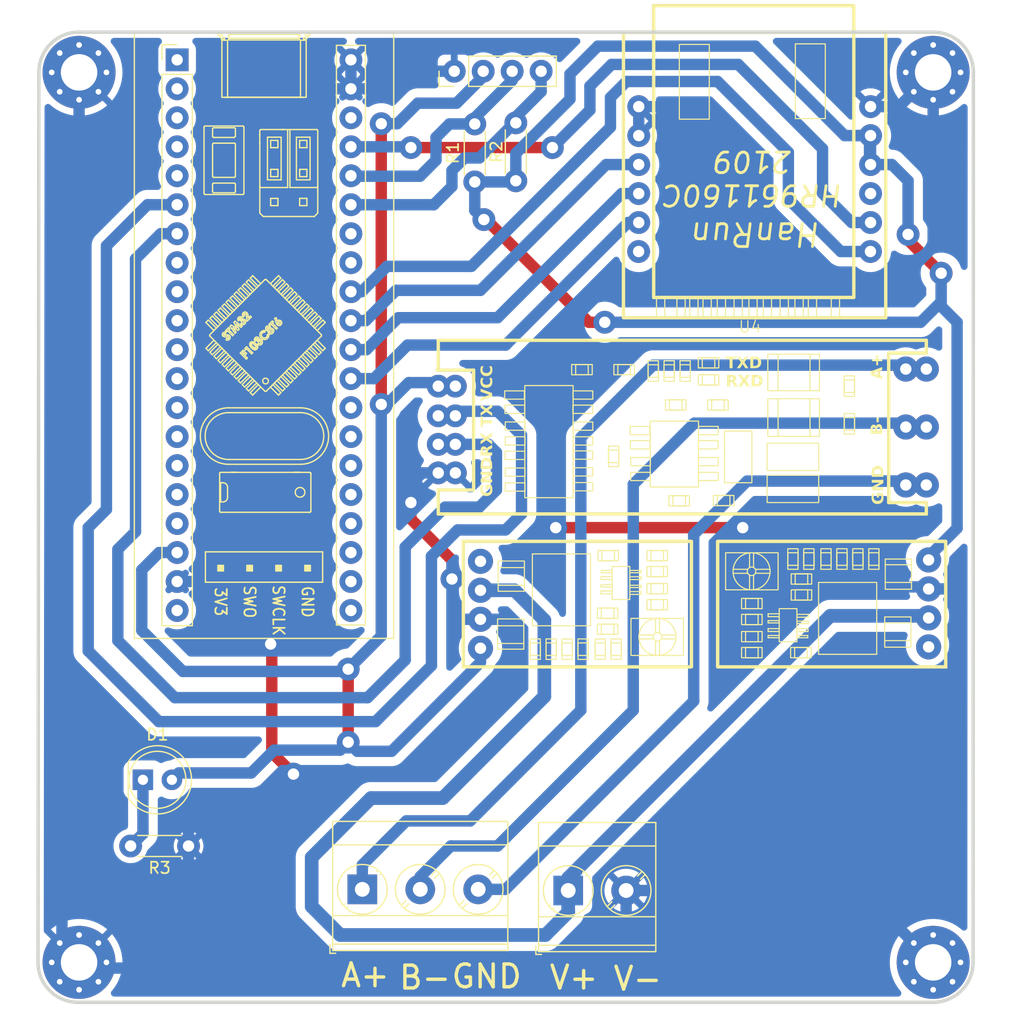
<source format=kicad_pcb>
(kicad_pcb (version 20240108) (generator "pcbnew") (generator_version "8.0")
  (layers (0 "F.Cu" signal) (31 "B.Cu" signal) (34 "B.Paste" user) (35 "F.Paste" user) (36 "B.SilkS" user "B.Silkscreen") (37 "F.SilkS" user "F.Silkscreen") (38 "B.Mask" user) (39 "F.Mask" user) (44 "Edge.Cuts" user))
  (net 0 "")
  (net 1 "GND")
  (net 2 "Net-(J1-Pin_1)")
  (net 3 "AB-")
  (net 4 "AB+")
  (net 5 "Net-(J2-Pin_3)")
  (net 6 "SDA")
  (net 7 "SCL")
  (net 8 "+5V")
  (net 9 "+3V3")
  (net 12 "MOSI")
  (net 16 "RST")
  (net 21 "RX")
  (net 28 "SCS")
  (net 32 "TX")
  (net 36 "SCLK")
  (net 37 "MISO")
  (net 44 "Net-(D1-K)")
  (footprint "Resistor_THT:R_Axial_DIN0204_L3.6mm_D1.6mm_P5.08mm_Horizontal" (layer "F.Cu") (at 174.9 55.2 90)
    (property "Reference" "R1" (at 2.54 -1.92 90) (layer "F.SilkS"))
    (property "Value" "4K7")
    (pad "1" thru_hole circle (at 0 0 90) (size 2 2) (drill 1) (layers "*.Cu" "*.Mask") (net 9 "+3V3"))
    (pad "2" thru_hole circle (at 5.08 0 90) (size 2 2) (drill 1) (layers "*.Cu" "*.Mask") (net 6 "SDA"))
  )
  (footprint "MountingHole:MountingHole_3.2mm_M3_Pad_Via" (layer "F.Cu") (at 140.2 123.6)
    (property "Reference" "H4")
    (property "Value" "MountingHole_Pad")
    (pad "1" thru_hole circle (at -2.4 0) (size 0.8 0.8) (drill 0.5) (layers "*.Cu" "*.Mask") (net 1 "GND"))
    (pad "1" thru_hole circle (at -1.697056 -1.697056) (size 0.8 0.8) (drill 0.5) (layers "*.Cu" "*.Mask") (net 1 "GND"))
    (pad "1" thru_hole circle (at -1.697056 1.697056) (size 0.8 0.8) (drill 0.5) (layers "*.Cu" "*.Mask") (net 1 "GND"))
    (pad "1" thru_hole circle (at 0 -2.4) (size 0.8 0.8) (drill 0.5) (layers "*.Cu" "*.Mask") (net 1 "GND"))
    (pad "1" thru_hole circle (at 0 0) (size 6.4 6.4) (drill 3.2) (layers "*.Cu" "*.Mask") (net 1 "GND"))
    (pad "1" thru_hole circle (at 0 2.4) (size 0.8 0.8) (drill 0.5) (layers "*.Cu" "*.Mask") (net 1 "GND"))
    (pad "1" thru_hole circle (at 1.697056 -1.697056) (size 0.8 0.8) (drill 0.5) (layers "*.Cu" "*.Mask") (net 1 "GND"))
    (pad "1" thru_hole circle (at 1.697056 1.697056) (size 0.8 0.8) (drill 0.5) (layers "*.Cu" "*.Mask") (net 1 "GND"))
    (pad "1" thru_hole circle (at 2.4 0) (size 0.8 0.8) (drill 0.5) (layers "*.Cu" "*.Mask") (net 1 "GND"))
  )
  (footprint "TerminalBlock_Phoenix:TerminalBlock_Phoenix_MKDS-3-2-5.08_1x02_P5.08mm_Horizontal" (layer "F.Cu") (at 183.095 117.3)
    (property "Reference" "J1")
    (property "Value" "Screw_Terminal_01x02")
    (pad "1" thru_hole rect (at 0 0) (size 2.6 2.6) (drill 1.3) (layers "*.Cu" "*.Mask") (net 2 "Net-(J1-Pin_1)"))
    (pad "2" thru_hole circle (at 5.08 0) (size 2.6 2.6) (drill 1.3) (layers "*.Cu" "*.Mask") (net 1 "GND"))
  )
  (footprint "Resistor_THT:R_Axial_DIN0204_L3.6mm_D1.6mm_P5.08mm_Horizontal" (layer "F.Cu") (at 178.5 55.1 90)
    (property "Reference" "R2" (at 2.54 -1.7 90) (layer "F.SilkS"))
    (property "Value" "4K7")
    (pad "1" thru_hole circle (at 0 0 90) (size 2 2) (drill 1) (layers "*.Cu" "*.Mask") (net 9 "+3V3"))
    (pad "2" thru_hole circle (at 5.08 0 90) (size 2 2) (drill 1) (layers "*.Cu" "*.Mask") (net 7 "SCL"))
  )
  (footprint "DC-DC_Converter:MP2315_Module" (layer "F.Cu") (at 173.9 97.7)
    (property "Reference" "U5")
    (property "Value" "~")
    (pad "1" thru_hole circle (at 1.5 -9.25) (size 2.2 2.2) (drill 1) (layers "*.Cu" "*.Mask"))
    (pad "2" thru_hole circle (at 1.5 -6.71) (size 2.2 2.2) (drill 1) (layers "*.Cu" "*.Mask") (net 2 "Net-(J1-Pin_1)"))
    (pad "3" thru_hole circle (at 1.5 -4.17) (size 2.2 2.2) (drill 1) (layers "*.Cu" "*.Mask") (net 1 "GND"))
    (pad "4" thru_hole circle (at 1.5 -1.63) (size 2.2 2.2) (drill 1) (layers "*.Cu" "*.Mask") (net 8 "+5V"))
  )
  (footprint "Ethernet_Module:W5500_Lite" (layer "F.Cu") (at 187.94 67.1)
    (property "Reference" "U4" (at 11.1 0.8 0) (layer "F.SilkS") (effects (font (thickness 0.1))))
    (property "Value" "~")
    (fp_text user "HR961160C" (at 19.375 -11.8 180) (layer "F.SilkS") (effects (font (size 1.8 1.8) (thickness 0.25) (italic yes)) (justify left bottom)))
    (fp_text user "2109" (at 14.95 -14.75 180) (layer "F.SilkS") (effects (font (size 1.8 1.8) (thickness 0.25) (italic yes)) (justify left bottom)))
    (fp_text user "HanRun" (at 17.45 -8.5 180) (layer "F.SilkS") (effects (font (size 2 2) (thickness 0.25) (italic yes)) (justify left bottom)))
    (pad "1" thru_hole circle (at 1.34 -18.5) (size 2 2) (drill 1) (layers "*.Cu" "*.Mask") (net 1 "GND"))
    (pad "2" thru_hole circle (at 1.34 -15.96) (size 2 2) (drill 1) (layers "*.Cu" "*.Mask") (net 1 "GND"))
    (pad "3" thru_hole circle (at 1.34 -13.42) (size 2 2) (drill 1) (layers "*.Cu" "*.Mask") (net 37 "MISO"))
    (pad "4" thru_hole circle (at 1.34 -10.88) (size 2 2) (drill 1) (layers "*.Cu" "*.Mask") (net 36 "SCLK"))
    (pad "5" thru_hole circle (at 1.34 -8.34) (size 2 2) (drill 1) (layers "*.Cu" "*.Mask") (net 28 "SCS"))
    (pad "6" thru_hole circle (at 1.33 -5.8) (size 2 2) (drill 1) (layers "*.Cu" "*.Mask"))
    (pad "7" thru_hole circle (at 21.66 -5.8) (size 2 2) (drill 1) (layers "*.Cu" "*.Mask") (net 12 "MOSI"))
    (pad "8" thru_hole circle (at 21.67 -8.34) (size 2 2) (drill 1) (layers "*.Cu" "*.Mask") (net 16 "RST"))
    (pad "9" thru_hole circle (at 21.67 -10.88) (size 2 2) (drill 1) (layers "*.Cu" "*.Mask"))
    (pad "10" thru_hole circle (at 21.67 -13.42) (size 2 2) (drill 1) (layers "*.Cu" "*.Mask") (net 9 "+3V3"))
    (pad "11" thru_hole circle (at 21.67 -15.96) (size 2 2) (drill 1) (layers "*.Cu" "*.Mask") (net 9 "+3V3"))
    (pad "12" thru_hole circle (at 21.67 -18.5) (size 2 2) (drill 1) (layers "*.Cu" "*.Mask") (net 1 "GND"))
  )
  (footprint "Resistor_THT:R_Axial_DIN0204_L3.6mm_D1.6mm_P5.08mm_Horizontal" (layer "F.Cu") (at 149.8 113.4 180)
    (property "Reference" "R3" (at 2.54 -1.92 0) (layer "F.SilkS"))
    (property "Value" "220")
    (pad "1" thru_hole circle (at 0 0 180) (size 2 2) (drill 1) (layers "*.Cu" "*.Mask") (net 1 "GND"))
    (pad "2" thru_hole circle (at 5.08 0 180) (size 2 2) (drill 1) (layers "*.Cu" "*.Mask") (net 44 "Net-(D1-K)"))
  )
  (footprint "MountingHole:MountingHole_3.2mm_M3_Pad_Via" (layer "F.Cu") (at 215.1 45.6)
    (property "Reference" "H2")
    (property "Value" "MountingHole_Pad")
    (pad "1" thru_hole circle (at -2.4 0) (size 0.8 0.8) (drill 0.5) (layers "*.Cu" "*.Mask") (net 1 "GND"))
    (pad "1" thru_hole circle (at -1.697056 -1.697056) (size 0.8 0.8) (drill 0.5) (layers "*.Cu" "*.Mask") (net 1 "GND"))
    (pad "1" thru_hole circle (at -1.697056 1.697056) (size 0.8 0.8) (drill 0.5) (layers "*.Cu" "*.Mask") (net 1 "GND"))
    (pad "1" thru_hole circle (at 0 -2.4) (size 0.8 0.8) (drill 0.5) (layers "*.Cu" "*.Mask") (net 1 "GND"))
    (pad "1" thru_hole circle (at 0 0) (size 6.4 6.4) (drill 3.2) (layers "*.Cu" "*.Mask") (net 1 "GND"))
    (pad "1" thru_hole circle (at 0 2.4) (size 0.8 0.8) (drill 0.5) (layers "*.Cu" "*.Mask") (net 1 "GND"))
    (pad "1" thru_hole circle (at 1.697056 -1.697056) (size 0.8 0.8) (drill 0.5) (layers "*.Cu" "*.Mask") (net 1 "GND"))
    (pad "1" thru_hole circle (at 1.697056 1.697056) (size 0.8 0.8) (drill 0.5) (layers "*.Cu" "*.Mask") (net 1 "GND"))
    (pad "1" thru_hole circle (at 2.4 0) (size 0.8 0.8) (drill 0.5) (layers "*.Cu" "*.Mask") (net 1 "GND"))
  )
  (footprint "LED_THT:LED_D5.0mm" (layer "F.Cu") (at 145.8 107.6)
    (property "Reference" "D1" (at 1.27 -3.96 0) (layer "F.SilkS"))
    (property "Value" "LED")
    (pad "1" thru_hole rect (at 0 0) (size 1.8 1.8) (drill 0.9) (layers "*.Cu" "*.Mask") (net 44 "Net-(D1-K)"))
    (pad "2" thru_hole circle (at 2.54 0) (size 1.8 1.8) (drill 0.9) (layers "*.Cu" "*.Mask") (net 8 "+5V"))
  )
  (footprint "DC-DC_Converter:MP2315_Module" (layer "F.Cu") (at 216.2 86.7 180)
    (property "Reference" "U3")
    (property "Value" "~")
    (pad "1" thru_hole circle (at 1.5 -9.25 180) (size 2.2 2.2) (drill 1) (layers "*.Cu" "*.Mask"))
    (pad "2" thru_hole circle (at 1.5 -6.71 180) (size 2.2 2.2) (drill 1) (layers "*.Cu" "*.Mask") (net 2 "Net-(J1-Pin_1)"))
    (pad "3" thru_hole circle (at 1.5 -4.17 180) (size 2.2 2.2) (drill 1) (layers "*.Cu" "*.Mask") (net 1 "GND"))
    (pad "4" thru_hole circle (at 1.5 -1.63 180) (size 2.2 2.2) (drill 1) (layers "*.Cu" "*.Mask") (net 9 "+3V3"))
  )
  (footprint "MAX485 Module:MAX485_AutoSwitching&Protection" (layer "F.Cu") (at 171.7 84.3)
    (property "Reference" "U2")
    (property "Value" "~")
    (fp_text user "VCC" (at 4.9 -9.9 90) (layer "F.SilkS") (effects (font (thickness 0.175) (bold yes)) (justify left bottom)))
    (fp_text user "GND" (at 39.2 -0.8 90) (layer "F.SilkS") (effects (font (thickness 0.175) (bold yes)) (justify left bottom)))
    (fp_text user "TX" (at 4.9 -7.6 90) (layer "F.SilkS") (effects (font (thickness 0.175) (bold yes)) (justify left bottom)))
    (fp_text user "TXD" (at 25.2 -12.6 0) (layer "F.SilkS") (effects (font (thickness 0.175) (bold yes)) (justify left bottom)))
    (fp_text user "RXD" (at 25.2 -11 0) (layer "F.SilkS") (effects (font (thickness 0.175) (bold yes)) (justify left bottom)))
    (fp_text user "B-" (at 39.1 -6.9 90) (layer "F.SilkS") (effects (font (thickness 0.175) (bold yes)) (justify left bottom)))
    (fp_text user "A+" (at 39.1 -11.8 90) (layer "F.SilkS") (effects (font (thickness 0.175) (bold yes)) (justify left bottom)))
    (fp_text user "GND" (at 4.9 -1.5 90) (layer "F.SilkS") (effects (font (thickness 0.175) (bold yes)) (justify left bottom)))
    (fp_text user "RX" (at 4.9 -5 90) (layer "F.SilkS") (effects (font (thickness 0.175) (bold yes)) (justify left bottom)))
    (pad "1" thru_hole circle (at 0 -11.2) (size 2 2) (drill 1) (layers "*.Cu" "*.Mask") (net 8 "+5V"))
    (pad "1" thru_hole circle (at 1.5 -11.2) (size 2 2) (drill 1) (layers "*.Cu" "*.Mask") (net 8 "+5V"))
    (pad "2" thru_hole circle (at 0 -8.6) (size 2 2) (drill 1) (layers "*.Cu" "*.Mask") (net 32 "TX"))
    (pad "2" thru_hole circle (at 1.5 -8.6) (size 2 2) (drill 1) (layers "*.Cu" "*.Mask") (net 32 "TX"))
    (pad "3" thru_hole circle (at 0 -6.1) (size 2 2) (drill 1) (layers "*.Cu" "*.Mask") (net 21 "RX"))
    (pad "3" thru_hole circle (at 1.5 -6.1) (size 2 2) (drill 1) (layers "*.Cu" "*.Mask") (net 21 "RX"))
    (pad "4" thru_hole circle (at 0 -3.6) (size 2 2) (drill 1) (layers "*.Cu" "*.Mask") (net 1 "GND"))
    (pad "4" thru_hole circle (at 1.5 -3.6) (size 2 2) (drill 1) (layers "*.Cu" "*.Mask") (net 1 "GND"))
    (pad "5" thru_hole circle (at 41 -12.7) (size 2.2 2.2) (drill 1) (layers "*.Cu" "*.Mask") (net 4 "AB+"))
    (pad "5" thru_hole circle (at 42.8 -12.7) (size 2.2 2.2) (drill 1) (layers "*.Cu" "*.Mask") (net 4 "AB+"))
    (pad "6" thru_hole circle (at 41 -7.62) (size 2.2 2.2) (drill 1) (layers "*.Cu" "*.Mask") (net 3 "AB-"))
    (pad "6" thru_hole circle (at 42.8 -7.62) (size 2.2 2.2) (drill 1) (layers "*.Cu" "*.Mask") (net 3 "AB-"))
    (pad "7" thru_hole circle (at 41 -2.54) (size 2.2 2.2) (drill 1) (layers "*.Cu" "*.Mask") (net 5 "Net-(J2-Pin_3)"))
    (pad "7" thru_hole circle (at 42.8 -2.54) (size 2.2 2.2) (drill 1) (layers "*.Cu" "*.Mask") (net 5 "Net-(J2-Pin_3)"))
  )
  (footprint "STM32 Board:YAAJ_BluePill_1" (layer "F.Cu") (at 148.8 44.5)
    (property "Reference" "U1")
    (property "Value" "YAAJ_BluePill" (hide yes))
    (fp_text user "GND" (at 11.43 47.498 -90) (layer "F.SilkS") (effects (font (size 1 0.9))))
    (fp_text user "SWCLK" (at 8.89 48.26 -90) (layer "F.SilkS") (effects (font (size 1 0.9))))
    (fp_text user "3V3" (at 3.81 47.498 -90) (layer "F.SilkS") (effects (font (size 1 0.9))))
    (fp_text user "SWO" (at 6.35 47.498 -90) (layer "F.SilkS") (effects (font (size 1 0.9))))
    (pad "1" thru_hole rect (at 0 0) (size 2 2) (drill 1) (layers "*.Cu" "*.Mask"))
    (pad "2" thru_hole circle (at 0 2.54) (size 2 2) (drill 1) (layers "*.Cu" "*.Mask"))
    (pad "3" thru_hole circle (at 0 5.08) (size 2 2) (drill 1) (layers "*.Cu" "*.Mask"))
    (pad "4" thru_hole circle (at 0 7.62) (size 2 2) (drill 1) (layers "*.Cu" "*.Mask"))
    (pad "5" thru_hole circle (at 0 10.16) (size 2 2) (drill 1) (layers "*.Cu" "*.Mask"))
    (pad "6" thru_hole circle (at 0 12.7) (size 2 2) (drill 1) (layers "*.Cu" "*.Mask") (net 32 "TX"))
    (pad "7" thru_hole circle (at 0 15.24) (size 2 2) (drill 1) (layers "*.Cu" "*.Mask") (net 21 "RX"))
    (pad "8" thru_hole circle (at 0 17.78) (size 2 2) (drill 1) (layers "*.Cu" "*.Mask"))
    (pad "9" thru_hole circle (at 0 20.32) (size 2 2) (drill 1) (layers "*.Cu" "*.Mask"))
    (pad "10" thru_hole circle (at 0 22.86) (size 2 2) (drill 1) (layers "*.Cu" "*.Mask"))
    (pad "11" thru_hole circle (at 0 25.4) (size 2 2) (drill 1) (layers "*.Cu" "*.Mask"))
    (pad "12" thru_hole circle (at 0 27.94) (size 2 2) (drill 1) (layers "*.Cu" "*.Mask"))
    (pad "13" thru_hole circle (at 0 30.48) (size 2 2) (drill 1) (layers "*.Cu" "*.Mask"))
    (pad "14" thru_hole circle (at 0 33.02) (size 2 2) (drill 1) (layers "*.Cu" "*.Mask"))
    (pad "15" thru_hole circle (at 0 35.56) (size 2 2) (drill 1) (layers "*.Cu" "*.Mask"))
    (pad "16" thru_hole circle (at 0 38.1) (size 2 2) (drill 1) (layers "*.Cu" "*.Mask"))
    (pad "17" thru_hole circle (at 0 40.64) (size 2 2) (drill 1) (layers "*.Cu" "*.Mask"))
    (pad "18" thru_hole circle (at 0 43.18) (size 2 2) (drill 1) (layers "*.Cu" "*.Mask") (net 8 "+5V"))
    (pad "19" thru_hole circle (at 0 45.72) (size 2 2) (drill 1) (layers "*.Cu" "*.Mask") (net 1 "GND"))
    (pad "20" thru_hole circle (at 0 48.26) (size 2 2) (drill 1) (layers "*.Cu" "*.Mask"))
    (pad "21" thru_hole circle (at 15.24 48.26) (size 2 2) (drill 1) (layers "*.Cu" "*.Mask"))
    (pad "22" thru_hole circle (at 15.24 45.72) (size 2 2) (drill 1) (layers "*.Cu" "*.Mask"))
    (pad "23" thru_hole circle (at 15.24 43.18) (size 2 2) (drill 1) (layers "*.Cu" "*.Mask"))
    (pad "24" thru_hole circle (at 15.24 40.64) (size 2 2) (drill 1) (layers "*.Cu" "*.Mask"))
    (pad "25" thru_hole circle (at 15.24 38.1) (size 2 2) (drill 1) (layers "*.Cu" "*.Mask"))
    (pad "26" thru_hole circle (at 15.24 35.56) (size 2 2) (drill 1) (layers "*.Cu" "*.Mask"))
    (pad "27" thru_hole circle (at 15.24 33.02) (size 2 2) (drill 1) (layers "*.Cu" "*.Mask"))
    (pad "28" thru_hole circle (at 15.24 30.48) (size 2 2) (drill 1) (layers "*.Cu" "*.Mask"))
    (pad "29" thru_hole circle (at 15.24 27.94) (size 2 2) (drill 1) (layers "*.Cu" "*.Mask") (net 28 "SCS"))
    (pad "30" thru_hole circle (at 15.24 25.4) (size 2 2) (drill 1) (layers "*.Cu" "*.Mask") (net 36 "SCLK"))
    (pad "31" thru_hole circle (at 15.24 22.86) (size 2 2) (drill 1) (layers "*.Cu" "*.Mask") (net 37 "MISO"))
    (pad "32" thru_hole circle (at 15.24 20.32) (size 2 2) (drill 1) (layers "*.Cu" "*.Mask") (net 12 "MOSI"))
    (pad "33" thru_hole circle (at 15.24 17.78) (size 2 2) (drill 1) (layers "*.Cu" "*.Mask"))
    (pad "34" thru_hole circle (at 15.24 15.24) (size 2 2) (drill 1) (layers "*.Cu" "*.Mask"))
    (pad "35" thru_hole circle (at 15.24 12.7) (size 2 2) (drill 1) (layers "*.Cu" "*.Mask") (net 7 "SCL"))
    (pad "36" thru_hole circle (at 15.24 10.16) (size 2 2) (drill 1) (layers "*.Cu" "*.Mask") (net 6 "SDA"))
    (pad "37" thru_hole circle (at 15.24 7.62) (size 2 2) (drill 1) (layers "*.Cu" "*.Mask") (net 16 "RST"))
    (pad "38" thru_hole circle (at 15.24 5.08) (size 2 2) (drill 1) (layers "*.Cu" "*.Mask"))
    (pad "39" thru_hole circle (at 15.24 2.54) (size 2 2) (drill 1) (layers "*.Cu" "*.Mask") (net 1 "GND"))
    (pad "40" thru_hole circle (at 15.24 0) (size 2 2) (drill 1) (layers "*.Cu" "*.Mask") (net 1 "GND"))
  )
  (footprint "TerminalBlock_Phoenix:TerminalBlock_Phoenix_MKDS-3-3-5.08_1x03_P5.08mm_Horizontal" (layer "F.Cu") (at 165.04 117.2)
    (property "Reference" "J2")
    (property "Value" "Screw_Terminal_01x03")
    (pad "1" thru_hole rect (at 0 0) (size 2.6 2.6) (drill 1.3) (layers "*.Cu" "*.Mask") (net 4 "AB+"))
    (pad "2" thru_hole circle (at 5.08 0) (size 2.6 2.6) (drill 1.3) (layers "*.Cu" "*.Mask") (net 3 "AB-"))
    (pad "3" thru_hole circle (at 10.16 0) (size 2.6 2.6) (drill 1.3) (layers "*.Cu" "*.Mask") (net 5 "Net-(J2-Pin_3)"))
  )
  (footprint "MountingHole:MountingHole_3.2mm_M3_Pad_Via" (layer "F.Cu") (at 215.1 123.6)
    (property "Reference" "H3")
    (property "Value" "MountingHole_Pad")
    (pad "1" thru_hole circle (at -2.4 0) (size 0.8 0.8) (drill 0.5) (layers "*.Cu" "*.Mask") (net 1 "GND"))
    (pad "1" thru_hole circle (at -1.697056 -1.697056) (size 0.8 0.8) (drill 0.5) (layers "*.Cu" "*.Mask") (net 1 "GND"))
    (pad "1" thru_hole circle (at -1.697056 1.697056) (size 0.8 0.8) (drill 0.5) (layers "*.Cu" "*.Mask") (net 1 "GND"))
    (pad "1" thru_hole circle (at 0 -2.4) (size 0.8 0.8) (drill 0.5) (layers "*.Cu" "*.Mask") (net 1 "GND"))
    (pad "1" thru_hole circle (at 0 0) (size 6.4 6.4) (drill 3.2) (layers "*.Cu" "*.Mask") (net 1 "GND"))
    (pad "1" thru_hole circle (at 0 2.4) (size 0.8 0.8) (drill 0.5) (layers "*.Cu" "*.Mask") (net 1 "GND"))
    (pad "1" thru_hole circle (at 1.697056 -1.697056) (size 0.8 0.8) (drill 0.5) (layers "*.Cu" "*.Mask") (net 1 "GND"))
    (pad "1" thru_hole circle (at 1.697056 1.697056) (size 0.8 0.8) (drill 0.5) (layers "*.Cu" "*.Mask") (net 1 "GND"))
    (pad "1" thru_hole circle (at 2.4 0) (size 0.8 0.8) (drill 0.5) (layers "*.Cu" "*.Mask") (net 1 "GND"))
  )
  (footprint "Connector_PinHeader_2.54mm:PinHeader_1x04_P2.54mm_Vertical" (layer "F.Cu") (at 173.1 45.5 90)
    (property "Reference" "J3")
    (property "Value" "Conn_01x04_Pin")
    (pad "1" thru_hole circle (at 0 0 90) (size 2 2) (drill 1) (layers "*.Cu" "*.Mask") (net 1 "GND"))
    (pad "2" thru_hole circle (at 0 2.54 90) (size 2 2) (drill 1) (layers "*.Cu" "*.Mask") (net 8 "+5V"))
    (pad "3" thru_hole circle (at 0 5.08 90) (size 2 2) (drill 1) (layers "*.Cu" "*.Mask") (net 6 "SDA"))
    (pad "4" thru_hole circle (at 0 7.62 90) (size 2 2) (drill 1) (layers "*.Cu" "*.Mask") (net 7 "SCL"))
  )
  (footprint "MountingHole:MountingHole_3.2mm_M3_Pad_Via" (layer "F.Cu") (at 140.2 45.6)
    (property "Reference" "H1")
    (property "Value" "MountingHole_Pad")
    (pad "1" thru_hole circle (at -2.4 0) (size 0.8 0.8) (drill 0.5) (layers "*.Cu" "*.Mask") (net 1 "GND"))
    (pad "1" thru_hole circle (at -1.697056 -1.697056) (size 0.8 0.8) (drill 0.5) (layers "*.Cu" "*.Mask") (net 1 "GND"))
    (pad "1" thru_hole circle (at -1.697056 1.697056) (size 0.8 0.8) (drill 0.5) (layers "*.Cu" "*.Mask") (net 1 "GND"))
    (pad "1" thru_hole circle (at 0 -2.4) (size 0.8 0.8) (drill 0.5) (layers "*.Cu" "*.Mask") (net 1 "GND"))
    (pad "1" thru_hole circle (at 0 0) (size 6.4 6.4) (drill 3.2) (layers "*.Cu" "*.Mask") (net 1 "GND"))
    (pad "1" thru_hole circle (at 0 2.4) (size 0.8 0.8) (drill 0.5) (layers "*.Cu" "*.Mask") (net 1 "GND"))
    (pad "1" thru_hole circle (at 1.697056 -1.697056) (size 0.8 0.8) (drill 0.5) (layers "*.Cu" "*.Mask") (net 1 "GND"))
    (pad "1" thru_hole circle (at 1.697056 1.697056) (size 0.8 0.8) (drill 0.5) (layers "*.Cu" "*.Mask") (net 1 "GND"))
    (pad "1" thru_hole circle (at 2.4 0) (size 0.8 0.8) (drill 0.5) (layers "*.Cu" "*.Mask") (net 1 "GND"))
  )
  (gr_line (start 136.674874 45.574874) (end 136.600001 123.599999) (stroke (width 0.3)) (layer "Edge.Cuts"))
  (gr_arc (start 218.6 123.6) (mid 217.574874 126.074874) (end 215.1 127.1) (stroke (width 0.3)) (layer "Edge.Cuts"))
  (gr_line (start 140.174874 42.074874) (end 215.125126 42.074874) (stroke (width 0.3)) (layer "Edge.Cuts"))
  (gr_line (start 218.625126 45.574874) (end 218.6 123.6) (stroke (width 0.3)) (layer "Edge.Cuts"))
  (gr_line (start 140.100001 127.099999) (end 215.1 127.1) (stroke (width 0.3)) (layer "Edge.Cuts"))
  (gr_arc (start 140.100001 127.099999) (mid 137.625127 126.074873) (end 136.600001 123.599999) (stroke (width 0.3)) (layer "Edge.Cuts"))
  (gr_arc (start 215.125126 42.074874) (mid 217.6 43.1) (end 218.625126 45.574874) (stroke (width 0.3)) (layer "Edge.Cuts"))
  (gr_arc (start 136.674874 45.574874) (mid 137.7 43.1) (end 140.174874 42.074874) (stroke (width 0.3)) (layer "Edge.Cuts"))
  (gr_text "GND" (at 172.7 126 0) (layer "F.SilkS") (effects (font (size 2 2) (thickness 0.3)) (justify left bottom)))
  (gr_text "V+" (at 181.3 126.1 0) (layer "F.SilkS") (effects (font (size 2 2) (thickness 0.3)) (justify left bottom)))
  (gr_text "B-" (at 168.1 126.1 0) (layer "F.SilkS") (effects (font (size 2 2) (thickness 0.3)) (justify left bottom)))
  (gr_text "V-" (at 186.9 126.2 0) (layer "F.SilkS") (effects (font (size 2 2) (thickness 0.3)) (justify left bottom)))
  (gr_text "A+" (at 163 125.9 0) (layer "F.SilkS") (effects (font (size 2 2) (thickness 0.3)) (justify left bottom)))
  (segment (start 172.9 88.35) (end 169.3 84.75) (width 1) (layer "F.Cu") (net 1))
  (segment (start 182 85.5) (end 198.4 85.5) (width 1) (layer "F.Cu") (net 1))
  (segment (start 157.1 95.8) (end 157 95.7) (width 1) (layer "F.Cu") (net 1))
  (segment (start 172.9 90) (end 172.9 88.35) (width 1) (layer "F.Cu") (net 1))
  (segment (start 169.3 84.75) (end 169.3 83.3) (width 1) (layer "F.Cu") (net 1))
  (segment (start 157.1 105.2) (end 157.1 95.8) (width 1) (layer "F.Cu") (net 1))
  (segment (start 159 107.1) (end 157.1 105.2) (width 1) (layer "F.Cu") (net 1))
  (via (at 169.3 83.3) (size 2) (drill 1) (layers "F.Cu" "B.Cu") (net 1))
  (via (at 172.9 90) (size 2) (drill 1) (layers "F.Cu" "B.Cu") (net 1))
  (via (at 182 85.5) (size 2) (drill 1) (layers "F.Cu" "B.Cu") (net 1))
  (via (at 198.4 85.5) (size 2) (drill 1) (layers "F.Cu" "B.Cu") (net 1))
  (via (at 159 107.1) (size 2) (drill 1) (layers "F.Cu" "B.Cu") (net 1))
  (via (at 157 95.7) (size 2) (drill 1) (layers "F.Cu" "B.Cu") (net 1))
  (segment (start 159 107.1) (end 158.9 107.1) (width 1) (layer "B.Cu") (net 1))
  (segment (start 157.1 51.5) (end 161.56 47.04) (width 1) (layer "B.Cu") (net 1))
  (segment (start 149.8 121.5) (end 147.2 124.1) (width 1) (layer "B.Cu") (net 1))
  (segment (start 138.7 122.1) (end 140.2 123.6) (width 1) (layer "B.Cu") (net 1))
  (segment (start 161.56 47.04) (end 164.04 47.04) (width 1) (layer "B.Cu") (net 1))
  (segment (start 173.83 93.53) (end 173 92.7) (width 1) (layer "B.Cu") (net 1))
  (segment (start 198.4 85.5) (end 201.1 85.5) (width 1) (layer "B.Cu") (net 1))
  (segment (start 216.335634 90.87) (end 217.1 91.634366) (width 1) (layer "B.Cu") (net 1))
  (segment (start 164.04 44.5) (end 164.04 47.04) (width 1) (layer "B.Cu") (net 1))
  (segment (start 209.52 48.6) (end 212.1 48.6) (width 1) (layer "B.Cu") (net 1))
  (segment (start 169.3 81.7) (end 170.3 80.7) (width 1) (layer "B.Cu") (net 1))
  (segment (start 189.28 51.14) (end 189.28 48.6) (width 1) (layer "B.Cu") (net 1))
  (segment (start 155.28 90.22) (end 157.1 88.4) (width 1) (layer "B.Cu") (net 1))
  (segment (start 206.29 90.69) (end 214.52 90.69) (width 1) (layer "B.Cu") (net 1))
  (segment (start 151.9 109.7) (end 149.8 111.8) (width 1) (layer "B.Cu") (net 1))
  (segment (start 149.8 113.4) (end 149.8 121.5) (width 1) (layer "B.Cu") (net 1))
  (segment (start 157 91.94) (end 157 95.7) (width 1) (layer "B.Cu") (net 1))
  (segment (start 159 107.1) (end 169.8 107.1) (width 1) (layer "B.Cu") (net 1))
  (segment (start 149.8 121.5) (end 152.4 124.1) (width 1) (layer "B.Cu") (net 1))
  (segment (start 193.6 64.5) (end 189.8 64.5) (width 1) (layer "B.Cu") (net 1))
  (segment (start 186.3 64.5) (end 183.7 67.1) (width 1) (layer "B.Cu") (net 1))
  (segment (start 181.5 82.3) (end 181.5 85) (width 1) (layer "B.Cu") (net 1))
  (segment (start 148.8 90.22) (end 155.28 90.22) (width 1) (layer "B.Cu") (net 1))
  (segment (start 204.7 64) (end 199.4 58.7) (width 1) (layer "B.Cu") (net 1))
  (segment (start 189.8 64.5) (end 186.3 64.5) (width 1) (layer "B.Cu") (net 1))
  (segment (start 212 64) (end 204.7 64) (width 1) (layer "B.Cu") (net 1))
  (segment (start 183.9 124.1) (end 188.175 119.825) (width 1) (layer "B.Cu") (net 1))
  (segment (start 138.7 83.8) (end 138.7 122.1) (width 1) (layer "B.Cu") (net 1))
  (segment (start 179.1 97.8) (end 179.1 95.4) (width 1) (layer "B.Cu") (net 1))
  (segment (start 179.1 95.4) (end 177.23 93.53) (width 1) (layer "B.Cu") (net 1))
  (segment (start 169.8 107.1) (end 179.1 97.8) (width 1) (layer "B.Cu") (net 1))
  (segment (start 217.1 91.634366) (end 217.1 109) (width 1) (layer "B.Cu") (net 1))
  (segment (start 157.1 88.4) (end 157.1 51.5) (width 1) (layer "B.Cu") (net 1))
  (segment (start 156.3 109.7) (end 151.9 109.7) (width 1) (layer "B.Cu") (net 1))
  (segment (start 140.7 124.1) (end 147.2 124.1) (width 1) (layer "B.Cu") (net 1))
  (segment (start 140.2 82.3) (end 138.7 83.8) (width 1) (layer "B.Cu") (net 1))
  (segment (start 217.1 109) (end 208.8 117.3) (width 1) (layer "B.Cu") (net 1))
  (segment (start 215.1 60.9) (end 212 64) (width 1) (layer "B.Cu") (net 1))
  (segment (start 140.2 45.6) (end 140.2 82.3) (width 1) (layer "B.Cu") (net 1))
  (segment (start 155.28 90.22) (end 157 91.94) (width 1) (layer "B.Cu") (net 1))
  (segment (start 164.04 47.04) (end 166.66 47.04) (width 1) (layer "B.Cu") (net 1))
  (segment (start 158.9 107.1) (end 156.3 109.7) (width 1) (layer "B.Cu") (net 1))
  (segment (start 215.1 45.6) (end 215.1 60.9) (width 1) (layer "B.Cu") (net 1))
  (segment (start 194.7 48.6) (end 189.19 48.6) (width 1) (layer "B.Cu") (net 1))
  (segment (start 188.175 117.3) (end 208.8 117.3) (width 1) (layer "B.Cu") (net 1))
  (segment (start 183.7 67.1) (end 181.5 69.3) (width 1) (layer "B.Cu") (net 1))
  (segment (start 177.23 93.53) (end 175.4 93.53) (width 1) (layer "B.Cu") (net 1))
  (segment (start 175.4 93.53) (end 173.83 93.53) (width 1) (layer "B.Cu") (net 1))
  (segment (start 181.5 85) (end 182 85.5) (width 1) (layer "B.Cu") (net 1))
  (segment (start 201.1 85.5) (end 206.29 90.69) (width 1) (layer "B.Cu") (net 1))
  (segment (start 169.3 83.3) (end 169.3 81.7) (width 1) (layer "B.Cu") (net 1))
  (segment (start 168.2 45.5) (end 173.1 45.5) (width 1) (layer "B.Cu") (net 1))
  (segment (start 181.5 69.3) (end 181.5 82.3) (width 1) (layer "B.Cu") (net 1))
  (segment (start 173 90.1) (end 172.9 90) (width 1) (layer "B.Cu") (net 1))
  (segment (start 140.2 123.6) (end 140.7 124.1) (width 1) (layer "B.Cu") (net 1))
  (segment (start 199.4 58.7) (end 199.4 53.3) (width 1) (layer "B.Cu") (net 1))
  (segment (start 173 92.7) (end 173 90.1) (width 1) (layer "B.Cu") (net 1))
  (segment (start 214.52 90.69) (end 214.7 90.87) (width 1) (layer "B.Cu") (net 1))
  (segment (start 199.4 58.7) (end 193.6 64.5) (width 1) (layer "B.Cu") (net 1))
  (segment (start 212.1 48.6) (end 215.1 45.6) (width 1) (layer "B.Cu") (net 1))
  (segment (start 199.4 53.3) (end 194.7 48.6) (width 1) (layer "B.Cu") (net 1))
  (segment (start 188.175 119.825) (end 188.175 117.3) (width 1) (layer "B.Cu") (net 1))
  (segment (start 166.66 47.04) (end 168.2 45.5) (width 1) (layer "B.Cu") (net 1))
  (segment (start 170.3 80.7) (end 171.7 80.7) (width 1) (layer "B.Cu") (net 1))
  (segment (start 152.4 124.1) (end 183.9 124.1) (width 1) (layer "B.Cu") (net 1))
  (segment (start 149.8 111.8) (end 149.8 113.4) (width 1) (layer "B.Cu") (net 1))
  (segment (start 214.7 90.87) (end 216.335634 90.87) (width 1) (layer "B.Cu") (net 1))
  (segment (start 208.8 117.3) (end 215.1 123.6) (width 1) (layer "B.Cu") (net 1))
  (segment (start 178.39 90.99) (end 175.4 90.99) (width 1.2) (layer "B.Cu") (net 2))
  (segment (start 163.1 121.2) (end 160.6 118.7) (width 1.2) (layer "B.Cu") (net 2))
  (segment (start 181 93.6) (end 178.39 90.99) (width 1.2) (layer "B.Cu") (net 2))
  (segment (start 165.8 109.2) (end 172.1 109.2) (width 1.2) (layer "B.Cu") (net 2))
  (segment (start 183.095 116.205) (end 183.095 117.3) (width 1.2) (layer "B.Cu") (net 2))
  (segment (start 160.6 118.7) (end 160.6 114.4) (width 1.2) (layer "B.Cu") (net 2))
  (segment (start 172.1 109.2) (end 181 100.3) (width 1.2) (layer "B.Cu") (net 2))
  (segment (start 206.07 93.23) (end 183.095 116.205) (width 1.2) (layer "B.Cu") (net 2))
  (segment (start 183.095 117.3) (end 183.095 119.205) (width 1.2) (layer "B.Cu") (net 2))
  (segment (start 214.7 93.41) (end 214.52 93.23) (width 1.2) (layer "B.Cu") (net 2))
  (segment (start 181.1 121.2) (end 163.1 121.2) (width 1.2) (layer "B.Cu") (net 2))
  (segment (start 214.52 93.23) (end 206.07 93.23) (width 1.2) (layer "B.Cu") (net 2))
  (segment (start 183.095 119.205) (end 181.1 121.2) (width 1.2) (layer "B.Cu") (net 2))
  (segment (start 160.6 114.4) (end 165.8 109.2) (width 1.2) (layer "B.Cu") (net 2))
  (segment (start 181 100.3) (end 181 93.6) (width 1.2) (layer "B.Cu") (net 2))
  (segment (start 176.9 113.4) (end 188.8 101.5) (width 1) (layer "B.Cu") (net 3))
  (segment (start 188.8 101.5) (end 188.8 81.7) (width 1) (layer "B.Cu") (net 3))
  (segment (start 188.8 81.7) (end 194.16 76.34) (width 1) (layer "B.Cu") (net 3))
  (segment (start 170.12 117.2) (end 170.12 116.08) (width 1) (layer "B.Cu") (net 3))
  (segment (start 212.36 76.34) (end 212.7 76.68) (width 1) (layer "B.Cu") (net 3))
  (segment (start 170.12 116.08) (end 172.8 113.4) (width 1) (layer "B.Cu") (net 3))
  (segment (start 172.8 113.4) (end 176.9 113.4) (width 1) (layer "B.Cu") (net 3))
  (segment (start 194.16 76.34) (end 212.36 76.34) (width 1) (layer "B.Cu") (net 3))
  (segment (start 212.36 71.26) (end 212.7 71.6) (width 1) (layer "B.Cu") (net 4))
  (segment (start 168.9 111.2) (end 174.5 111.2) (width 1) (layer "B.Cu") (net 4))
  (segment (start 190.54 71.26) (end 210.7 71.26) (width 1) (layer "B.Cu") (net 4))
  (segment (start 165.04 115.06) (end 168.9 111.2) (width 1) (layer "B.Cu") (net 4))
  (segment (start 174.5 111.2) (end 184.2 101.5) (width 1) (layer "B.Cu") (net 4))
  (segment (start 184.2 77.6) (end 190.54 71.26) (width 1) (layer "B.Cu") (net 4))
  (segment (start 165.04 117.2) (end 165.04 115.06) (width 1) (layer "B.Cu") (net 4))
  (segment (start 212.15 71.26) (end 210.7 71.26) (width 1) (layer "B.Cu") (net 4))
  (segment (start 184.2 101.5) (end 184.2 77.6) (width 1) (layer "B.Cu") (net 4))
  (segment (start 210.7 71.26) (end 212.36 71.26) (width 1) (layer "B.Cu") (net 4))
  (segment (start 198.78 81.42) (end 194.1 86.1) (width 1) (layer "B.Cu") (net 5))
  (segment (start 212.36 81.42) (end 212.7 81.76) (width 1) (layer "B.Cu") (net 5))
  (segment (start 212.15 81.42) (end 210.5 81.42) (width 1) (layer "B.Cu") (net 5))
  (segment (start 177.6 117.2) (end 175.2 117.2) (width 1) (layer "B.Cu") (net 5))
  (segment (start 210.5 81.42) (end 198.78 81.42) (width 1) (layer "B.Cu") (net 5))
  (segment (start 194.1 100.7) (end 177.6 117.2) (width 1) (layer "B.Cu") (net 5))
  (segment (start 194.1 86.1) (end 194.1 100.7) (width 1) (layer "B.Cu") (net 5))
  (segment (start 210.5 81.42) (end 212.36 81.42) (width 1) (layer "B.Cu") (net 5))
  (segment (start 170.1 54.7) (end 164.08 54.7) (width 1) (layer "B.Cu") (net 6))
  (segment (start 171.5 53.3) (end 170.1 54.7) (width 1) (layer "B.Cu") (net 6))
  (segment (start 178.18 46.3) (end 178.18 45.5) (width 1) (layer "B.Cu") (net 6))
  (segment (start 164.08 54.7) (end 164.04 54.66) (width 1) (layer "B.Cu") (net 6))
  (segment (start 174.9 50.12) (end 172.68 50.12) (width 1) (layer "B.Cu") (net 6))
  (segment (start 174.9 50.12) (end 174.9 49.58) (width 1) (layer "B.Cu") (net 6))
  (segment (start 171.5 51.3) (end 171.5 53.3) (width 1) (layer "B.Cu") (net 6))
  (segment (start 174.9 49.58) (end 178.18 46.3) (width 1) (layer "B.Cu") (net 6))
  (segment (start 172.68 50.12) (end 171.5 51.3) (width 1) (layer "B.Cu") (net 6))
  (segment (start 178.5 49.5) (end 178.5 50.02) (width 1) (layer "B.Cu") (net 7))
  (segment (start 174 53.1) (end 172.9 54.2) (width 1) (layer "B.Cu") (net 7))
  (segment (start 172.9 55.6) (end 171.3 57.2) (width 1) (layer "B.Cu") (net 7))
  (segment (start 178.38 50.02) (end 175.3 53.1) (width 1) (layer "B.Cu") (net 7))
  (segment (start 180.72 45.5) (end 180.72 47.28) (width 1) (layer "B.Cu") (net 7))
  (segment (start 171.3 57.2) (end 164.04 57.2) (width 1) (layer "B.Cu") (net 7))
  (segment (start 180.72 47.28) (end 178.5 49.5) (width 1) (layer "B.Cu") (net 7))
  (segment (start 172.9 54.2) (end 172.9 55.6) (width 1) (layer "B.Cu") (net 7))
  (segment (start 178.5 50.02) (end 178.38 50.02) (width 1) (layer "B.Cu") (net 7))
  (segment (start 175.3 53.1) (end 174 53.1) (width 1) (layer "B.Cu") (net 7))
  (segment (start 166.7 74.7) (end 166.7 50.1) (width 1) (layer "F.Cu") (net 8))
  (segment (start 163.8 104.3) (end 163.8 97.9) (width 1) (layer "F.Cu") (net 8))
  (via (at 166.7 50.1) (size 2) (drill 1) (layers "F.Cu" "B.Cu") (net 8))
  (via (at 166.7 74.7) (size 2) (drill 1) (layers "F.Cu" "B.Cu") (net 8))
  (via (at 163.8 97.9) (size 2) (drill 1) (layers "F.Cu" "B.Cu") (net 8))
  (via (at 163.8 104.3) (size 2) (drill 1) (layers "F.Cu" "B.Cu") (net 8))
  (segment (start 163.6 98.1) (end 149.3 98.1) (width 1) (layer "B.Cu") (net 8))
  (segment (start 167.6 105.1) (end 175.4 97.3) (width 1) (layer "B.Cu") (net 8))
  (segment (start 148.94 107) (end 148.34 107.6) (width 1) (layer "B.Cu") (net 8))
  (segment (start 163.8 97.9) (end 163.6 98.1) (width 1) (layer "B.Cu") (net 8))
  (segment (start 145.7 94.5) (end 145.7 89.2) (width 1) (layer "B.Cu") (net 8))
  (segment (start 163.8 104.3) (end 163.1 105) (width 1) (layer "B.Cu") (net 8))
  (segment (start 163.1 105) (end 157.3 105) (width 1) (layer "B.Cu") (net 8))
  (segment (start 171.39 72.79) (end 171.7 73.1) (width 1) (layer "B.Cu") (net 8))
  (segment (start 157.3 105) (end 155.3 107) (width 1) (layer "B.Cu") (net 8))
  (segment (start 147.22 87.68) (end 148.8 87.68) (width 1) (layer "B.Cu") (net 8))
  (segment (start 175.64 45.96) (end 175.64 45.5) (width 1) (layer "B.Cu") (net 8))
  (segment (start 166.7 74.7) (end 167.2 74.7) (width 1) (layer "B.Cu") (net 8))
  (segment (start 167.2 74.7) (end 169.11 72.79) (width 1) (layer "B.Cu") (net 8))
  (segment (start 166.7 95) (end 163.8 97.9) (width 1) (layer "B.Cu") (net 8))
  (segment (start 175.4 97.3) (end 175.4 96.07) (width 1) (layer "B.Cu") (net 8))
  (segment (start 145.7 89.2) (end 147.22 87.68) (width 1) (layer "B.Cu") (net 8))
  (segment (start 166.7 50.1) (end 168.1 50.1) (width 1) (layer "B.Cu") (net 8))
  (segment (start 149.3 98.1) (end 145.7 94.5) (width 1) (layer "B.Cu") (net 8))
  (segment (start 166.7 74.7) (end 166.7 95) (width 1) (layer "B.Cu") (net 8))
  (segment (start 163.8 104.3) (end 164.6 105.1) (width 1) (layer "B.Cu") (net 8))
  (segment (start 169.9 48.3) (end 173.3 48.3) (width 1) (layer "B.Cu") (net 8))
  (segment (start 168.1 50.1) (end 169.9 48.3) (width 1) (layer "B.Cu") (net 8))
  (segment (start 164.6 105.1) (end 167.6 105.1) (width 1) (layer "B.Cu") (net 8))
  (segment (start 169.11 72.79) (end 171.39 72.79) (width 1) (layer "B.Cu") (net 8))
  (segment (start 173.3 48.3) (end 175.64 45.96) (width 1) (layer "B.Cu") (net 8))
  (segment (start 155.3 107) (end 148.94 107) (width 1) (layer "B.Cu") (net 8))
  (segment (start 184.9 67.5) (end 175.9 58.5) (width 1) (layer "F.Cu") (net 9))
  (segment (start 215.8 63.2) (end 212.9 60.3) (width 1) (layer "F.Cu") (net 9))
  (segment (start 186.3 67.5) (end 184.9 67.5) (width 1) (layer "F.Cu") (net 9))
  (segment (start 175.9 58.5) (end 175.7 58.5) (width 1) (layer "F.Cu") (net 9))
  (segment (start 212.9 60.3) (end 212.9 59.8) (width 1) (layer "F.Cu") (net 9))
  (via (at 212.9 59.8) (size 2) (drill 1) (layers "F.Cu" "B.Cu") (net 9))
  (via (at 175.7 58.5) (size 2) (drill 1) (layers "F.Cu" "B.Cu") (net 9))
  (via (at 186.3 67.5) (size 2) (drill 1) (layers "F.Cu" "B.Cu") (net 9))
  (via (at 215.8 63.2) (size 2) (drill 1) (layers "F.Cu" "B.Cu") (net 9))
  (segment (start 207.34 51.14) (end 208.2 51.14) (width 1) (layer "B.Cu") (net 9))
  (segment (start 186.3 67.5) (end 214 67.5) (width 1) (layer "B.Cu") (net 9))
  (segment (start 211.48 53.68) (end 212.9 55.1) (width 1) (layer "B.Cu") (net 9))
  (segment (start 174.9 55.2) (end 178.4 55.2) (width 1) (layer "B.Cu") (net 9))
  (segment (start 215.8 66.1) (end 217.2 67.5) (width 1) (layer "B.Cu") (net 9))
  (segment (start 178.5 55.1) (end 178.5 52.7) (width 1) (layer "B.Cu") (net 9))
  (segment (start 208.2 51.14) (end 209.52 51.14) (width 1) (layer "B.Cu") (net 9))
  (segment (start 185.7 43.3) (end 199.5 43.3) (width 1) (layer "B.Cu") (net 9))
  (segment (start 209.61 53.68) (end 211.48 53.68) (width 1) (layer "B.Cu") (net 9))
  (segment (start 214.7 88.05) (end 214.7 88.33) (width 1) (layer "B.Cu") (net 9))
  (segment (start 217.2 67.5) (end 217.2 85.55) (width 1) (layer "B.Cu") (net 9))
  (segment (start 178.4 55.2) (end 178.5 55.1) (width 1) (layer "B.Cu") (net 9))
  (segment (start 174.9 57.7) (end 175.7 58.5) (width 1) (layer "B.Cu") (net 9))
  (segment (start 209.52 53.68) (end 209.52 51.14) (width 1) (layer "B.Cu") (net 9))
  (segment (start 215.8 63.2) (end 215.8 66.1) (width 1) (layer "B.Cu") (net 9))
  (segment (start 174.9 55.2) (end 174.9 57.7) (width 1) (layer "B.Cu") (net 9))
  (segment (start 215.8 65.7) (end 215.8 63.2) (width 1) (layer "B.Cu") (net 9))
  (segment (start 209.61 51.14) (end 209.61 53.68) (width 1) (layer "B.Cu") (net 9))
  (segment (start 183.25 45.75) (end 185.7 43.3) (width 1) (layer "B.Cu") (net 9))
  (segment (start 212.9 55.1) (end 212.9 59.8) (width 1) (layer "B.Cu") (net 9))
  (segment (start 209.61 51.14) (end 208.2 51.14) (width 1) (layer "B.Cu") (net 9))
  (segment (start 183.25 47.95) (end 183.25 45.75) (width 1) (layer "B.Cu") (net 9))
  (segment (start 199.5 43.3) (end 207.34 51.14) (width 1) (layer "B.Cu") (net 9))
  (segment (start 214 67.5) (end 215.8 65.7) (width 1) (layer "B.Cu") (net 9))
  (segment (start 217.2 85.55) (end 214.7 88.05) (width 1) (layer "B.Cu") (net 9))
  (segment (start 178.5 52.7) (end 183.25 47.95) (width 1) (layer "B.Cu") (net 9))
  (segment (start 202.4 56.7) (end 207 61.3) (width 1) (layer "B.Cu") (net 12))
  (segment (start 164.04 64.82) (end 164.98 64.82) (width 1) (layer "B.Cu") (net 12))
  (segment (start 167.2 62.6) (end 174.6 62.6) (width 1) (layer "B.Cu") (net 12))
  (segment (start 202.4 52.6) (end 202.4 56.7) (width 1) (layer "B.Cu") (net 12))
  (segment (start 188.2 46.4) (end 196.2 46.4) (width 1) (layer "B.Cu") (net 12))
  (segment (start 186.8 47.8) (end 188.2 46.4) (width 1) (layer "B.Cu") (net 12))
  (segment (start 164.98 64.82) (end 167.2 62.6) (width 1) (layer "B.Cu") (net 12))
  (segment (start 207 61.3) (end 209.6 61.3) (width 1) (layer "B.Cu") (net 12))
  (segment (start 196.2 46.4) (end 202.4 52.6) (width 1) (layer "B.Cu") (net 12))
  (segment (start 174.6 62.6) (end 186.8 50.4) (width 1) (layer "B.Cu") (net 12))
  (segment (start 186.8 50.4) (end 186.8 47.8) (width 1) (layer "B.Cu") (net 12))
  (segment (start 181.71 52.19) (end 169.3 52.19) (width 1) (layer "F.Cu") (net 16))
  (via (at 181.71 52.19) (size 2) (drill 1) (layers "F.Cu" "B.Cu") (net 16))
  (via (at 169.3 52.19) (size 2) (drill 1) (layers "F.Cu" "B.Cu") (net 16))
  (segment (start 181.71 52.19) (end 185 48.9) (width 1) (layer "B.Cu") (net 16))
  (segment (start 169.23 52.12) (end 164.04 52.12) (width 1) (layer "B.Cu") (net 16))
  (segment (start 185 46.8) (end 186.9 44.9) (width 1) (layer "B.Cu") (net 16))
  (segment (start 198 44.9) (end 205.4 52.3) (width 1) (layer "B.Cu") (net 16))
  (segment (start 169.3 52.19) (end 169.23 52.12) (width 1) (layer "B.Cu") (net 16))
  (segment (start 205.4 56.2) (end 207.96 58.76) (width 1) (layer "B.Cu") (net 16))
  (segment (start 185 48.9) (end 185 46.8) (width 1) (layer "B.Cu") (net 16))
  (segment (start 205.4 52.3) (end 205.4 56.2) (width 1) (layer "B.Cu") (net 16))
  (segment (start 207.96 58.76) (end 209.61 58.76) (width 1) (layer "B.Cu") (net 16))
  (segment (start 186.9 44.9) (end 198 44.9) (width 1) (layer "B.Cu") (net 16))
  (segment (start 143.6 95.4) (end 148.6 100.4) (width 1) (layer "B.Cu") (net 21))
  (segment (start 147.36 59.74) (end 145.15 61.95) (width 1) (layer "B.Cu") (net 21))
  (segment (start 175.3 83.7) (end 176.8 82.2) (width 1) (layer "B.Cu") (net 21))
  (segment (start 145.15 61.95) (end 145.15 85.85) (width 1) (layer "B.Cu") (net 21))
  (segment (start 168.8 97.1) (end 168.8 87.2) (width 1) (layer "B.Cu") (net 21))
  (segment (start 172.3 83.7) (end 175.3 83.7) (width 1) (layer "B.Cu") (net 21))
  (segment (start 148.6 100.4) (end 165.5 100.4) (width 1) (layer "B.Cu") (net 21))
  (segment (start 143.6 87.4) (end 143.6 95.4) (width 1) (layer "B.Cu") (net 21))
  (segment (start 165.5 100.4) (end 168.8 97.1) (width 1) (layer "B.Cu") (net 21))
  (segment (start 176.8 78.9) (end 176.1 78.2) (width 1) (layer "B.Cu") (net 21))
  (segment (start 145.15 85.85) (end 143.6 87.4) (width 1) (layer "B.Cu") (net 21))
  (segment (start 176.1 78.2) (end 173.2 78.2) (width 1) (layer "B.Cu") (net 21))
  (segment (start 168.8 87.2) (end 172.3 83.7) (width 1) (layer "B.Cu") (net 21))
  (segment (start 176.8 82.2) (end 176.8 78.9) (width 1) (layer "B.Cu") (net 21))
  (segment (start 148.8 59.74) (end 147.36 59.74) (width 1) (layer "B.Cu") (net 21))
  (segment (start 188.34 58.76) (end 189.28 58.76) (width 1) (layer "B.Cu") (net 28))
  (segment (start 177.6 69.5) (end 188.34 58.76) (width 1) (layer "B.Cu") (net 28))
  (segment (start 169 69.5) (end 177.6 69.5) (width 1) (layer "B.Cu") (net 28))
  (segment (start 164.04 72.44) (end 166.06 72.44) (width 1) (layer "B.Cu") (net 28))
  (segment (start 166.06 72.44) (end 169 69.5) (width 1) (layer "B.Cu") (net 28))
  (segment (start 173.4 85.7) (end 177.6 85.7) (width 1) (layer "B.Cu") (net 32))
  (segment (start 142.6 60.8) (end 142.6 83.9) (width 1) (layer "B.Cu") (net 32))
  (segment (start 146.2 57.2) (end 142.6 60.8) (width 1) (layer "B.Cu") (net 32))
  (segment (start 148.8 57.2) (end 146.2 57.2) (width 1) (layer "B.Cu") (net 32))
  (segment (start 141 85.5) (end 141 96.3) (width 1) (layer "B.Cu") (net 32))
  (segment (start 179 84.3) (end 179 77.4) (width 1) (layer "B.Cu") (net 32))
  (segment (start 141 96.3) (end 147.2 102.5) (width 1) (layer "B.Cu") (net 32))
  (segment (start 171.1 97.6) (end 171.1 88) (width 1) (layer "B.Cu") (net 32))
  (segment (start 177.6 85.7) (end 179 84.3) (width 1) (layer "B.Cu") (net 32))
  (segment (start 176.9 75.3) (end 173.6 75.3) (width 1) (layer "B.Cu") (net 32))
  (segment (start 179 77.4) (end 176.9 75.3) (width 1) (layer "B.Cu") (net 32))
  (segment (start 173.6 75.3) (end 173.2 75.7) (width 1) (layer "B.Cu") (net 32))
  (segment (start 147.2 102.5) (end 166.2 102.5) (width 1) (layer "B.Cu") (net 32))
  (segment (start 142.6 83.9) (end 141 85.5) (width 1) (layer "B.Cu") (net 32))
  (segment (start 166.2 102.5) (end 171.1 97.6) (width 1) (layer "B.Cu") (net 32))
  (segment (start 171.1 88) (end 173.4 85.7) (width 1) (layer "B.Cu") (net 32))
  (segment (start 176.9 67.1) (end 187.78 56.22) (width 1) (layer "B.Cu") (net 36))
  (segment (start 165.4 69.9) (end 168.2 67.1) (width 1) (layer "B.Cu") (net 36))
  (segment (start 187.78 56.22) (end 189.28 56.22) (width 1) (layer "B.Cu") (net 36))
  (segment (start 168.2 67.1) (end 176.9 67.1) (width 1) (layer "B.Cu") (net 36))
  (segment (start 164.04 69.9) (end 165.4 69.9) (width 1) (layer "B.Cu") (net 36))
  (segment (start 186.42 53.68) (end 175.4 64.7) (width 1) (layer "B.Cu") (net 37))
  (segment (start 168 64.7) (end 165.34 67.36) (width 1) (layer "B.Cu") (net 37))
  (segment (start 165.34 67.36) (end 164.04 67.36) (width 1) (layer "B.Cu") (net 37))
  (segment (start 175.4 64.7) (end 168 64.7) (width 1) (layer "B.Cu") (net 37))
  (segment (start 189.28 53.68) (end 186.42 53.68) (width 1) (layer "B.Cu") (net 37))
  (segment (start 145.8 107.6) (end 145.8 112.32) (width 1) (layer "B.Cu") (net 44))
  (segment (start 145.8 112.32) (end 144.72 113.4) (width 1) (layer "B.Cu") (net 44))
  (zone (net 1) (net_name "GND") (layer "B.Cu") (connect_pads (clearance 0.8)) (min_thickness 0.6) (fill yes (thermal_gap 0.6) (thermal_bridge_width 0.6))
    (polygon (pts (xy 135 129) (xy 221 129) (xy 221 40) (xy 135 40)))
  )
)
</source>
